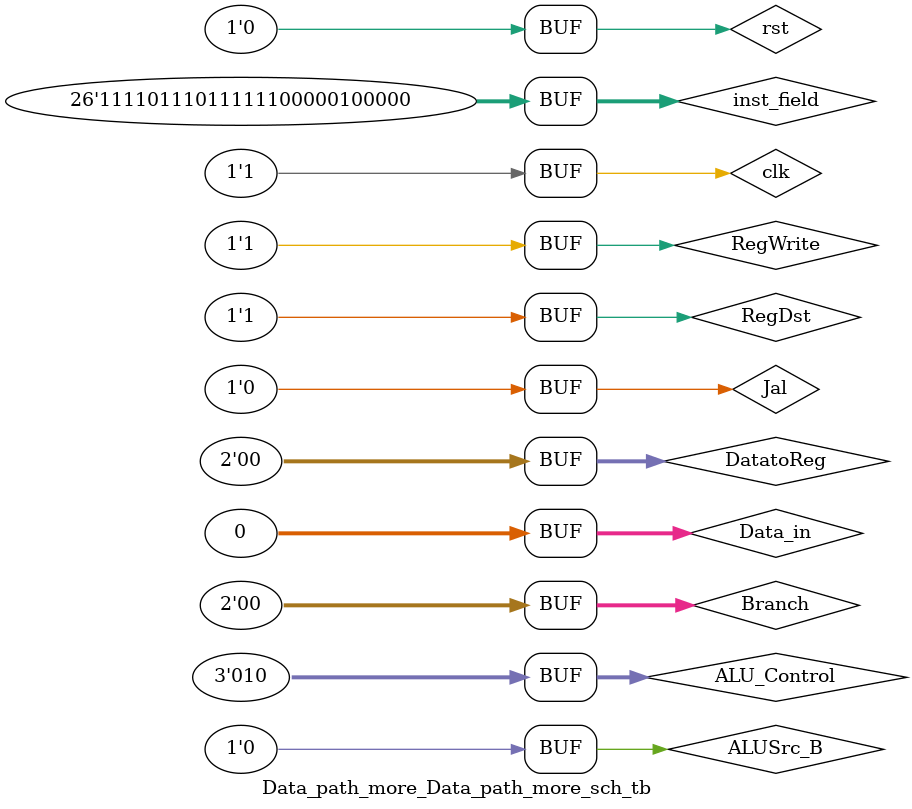
<source format=v>

`timescale 1ns / 1ps

module Data_path_more_Data_path_more_sch_tb();

// Inputs
   reg clk;
   reg rst;
   reg [25:0] inst_field;
   reg Jal;
   reg RegDst;
   reg [31:0] Data_in;
   reg [1:0] DatatoReg;
   reg [2:0] ALU_Control;
   reg [1:0] Branch;
   reg ALUSrc_B;
   reg RegWrite;

// Output
   wire [31:0] PC_out;
   wire [31:0] Data_out;
   wire zero;
   wire overflow;
   wire [31:0] ALU_out;
   wire [31:0] pc_4;

// Bidirs

// Instantiate the UUT
   Data_path_more UUT (
		.PC_out(PC_out), 
		.clk(clk), 
		.rst(rst), 
		.inst_field(inst_field), 
		.Jal(Jal), 
		.RegDst(RegDst), 
		.Data_in(Data_in), 
		.DatatoReg(DatatoReg), 
		.Data_out(Data_out), 
		.ALU_Control(ALU_Control), 
		.zero(zero), 
		.overflow(overflow), 
		.Branch(Branch), 
		.ALUSrc_B(ALUSrc_B), 
		.RegWrite(RegWrite), 
		.ALU_out(ALU_out), 
		.pc_4(pc_4)
   );
// Initialize Inputs
//   `ifdef auto_init
   initial begin
		clk = 0;
		rst = 1;
		inst_field = 0;
		Jal = 0;
		RegDst = 0;
		Data_in = 0;
		DatatoReg = 0;
		ALU_Control = 0;
		Branch = 0;
		ALUSrc_B = 0;
		RegWrite = 0;
		#20;
		
		rst = 0;
		
		ALU_Control = 3'b100;
		RegWrite = 1;
		RegDst = 1;
		inst_field = 26'b00000_00000_00001_00000_100111;
		#20;
		
		ALU_Control = 3'b111;
		inst_field = 26'b00000_00001_00010_00000_101010;
		#20;
		
		//add r3,r2,r2;
		Branch = 0;
		ALU_Control = 3'b010;
		ALUSrc_B = 0;
		RegWrite = 1;
		RegDst = 1;
		inst_field = 26'b00010_00010_00011_00000_100000;
		#20;
		//add r4,r3,r2;
		inst_field = 26'b00011_00010_00100_00000_100000;
		#20;
		//add r5,r4,r3;
		inst_field = 26'b00100_00011_00101_00000_100000;
		#20;
		//add r6,r5,r4;
		inst_field = 26'b00101_00100_00110_00000_100000;
		#20;
		//add r7,r6,r5;
		inst_field = 26'b00110_00101_00111_00000_100000;
		#20;
		//add r8,r7,r6;
		inst_field = 26'b00111_00110_01000_00000_100000;
		#20;
		//add r9,r8,r7;
		inst_field = 26'b01000_00111_01001_00000_100000;
		#20;
		//add r10,r9,r8;
		inst_field = 26'b01001_01000_01010_00000_100000;
		#20;
		//add r11,r10,r9;
		inst_field = 26'b01010_01001_01011_00000_100000;
		#20;
		//add r12,r11,r10;
		inst_field = 26'b01011_01010_01100_00000_100000;
		#20;
		//add r13,r12,r11;
		inst_field = 26'b01100_01011_01101_00000_100000;
		#20;
		//add r14,r13,r12;
		inst_field = 26'b01101_01100_01110_00000_100000;
		#20;
		//add r15,r14,r13;
		inst_field = 26'b01110_01101_01111_00000_100000;
		#20;
		//add r16,r15,r14;
		inst_field = 26'b01111_01110_10000_00000_100000;
		#20;
		//add r17,r16,r15;
		inst_field = 26'b10000_01111_10001_00000_100000;
		#20;
		//add r18,r17,r16;
		inst_field = 26'b10001_10000_10010_00000_100000;
		#20;
		//add r19,r18,r17;
		inst_field = 26'b10010_10001_10011_00000_100000;
		#20;
		//add r20,r19,r18;
		inst_field = 26'b10011_10010_10100_00000_100000;
		#20;
		//add r21,r20,r19;
		inst_field = 26'b10100_10011_10101_00000_100000;
		#20;
		//add r22,r21,r20;
		inst_field = 26'b10101_10100_10110_00000_100000;
		#20;
		//add r23,r22,r21;
		inst_field = 26'b10110_10101_10111_00000_100000;
		#20;
		//add r24,r23,r22;
		inst_field = 26'b10111_10110_11000_00000_100000;
		#20;
		//add r25,r24,r23;
		inst_field = 26'b11000_10111_11001_00000_100000;
		#20;
		//add r26,r25,r24;
		inst_field = 26'b11001_11000_11010_00000_100000;
		#20;
		//add r27,r26,r25;
		inst_field = 26'b11010_11001_11011_00000_100000;
		#20;
		//add r28,r27,r26;
		inst_field = 26'b11011_11010_11100_00000_100000;
		#20;
		//add r29,r28,r27;
		inst_field = 26'b11100_11011_11101_00000_100000;
		#20;
		//add r30,r29,r28;
		inst_field = 26'b11101_11100_11110_00000_100000;
		#20;
		//add r31,r30,r29;
		inst_field = 26'b11110_11101_11111_00000_100000;
		#20;
		
		end
		always begin
			clk=0;#10;
			clk=1;#10;
		end
//   `endif
endmodule

</source>
